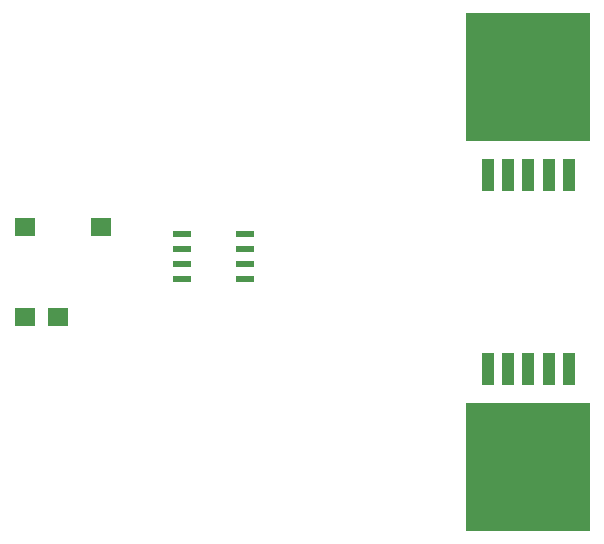
<source format=gbr>
G04 #@! TF.GenerationSoftware,KiCad,Pcbnew,(5.0.2)-1*
G04 #@! TF.CreationDate,2019-03-18T20:08:10-07:00*
G04 #@! TF.ProjectId,speaker,73706561-6b65-4722-9e6b-696361645f70,rev?*
G04 #@! TF.SameCoordinates,Original*
G04 #@! TF.FileFunction,Paste,Top*
G04 #@! TF.FilePolarity,Positive*
%FSLAX46Y46*%
G04 Gerber Fmt 4.6, Leading zero omitted, Abs format (unit mm)*
G04 Created by KiCad (PCBNEW (5.0.2)-1) date 3/18/2019 8:08:10 PM*
%MOMM*%
%LPD*%
G01*
G04 APERTURE LIST*
%ADD10R,1.800000X1.650000*%
%ADD11R,1.549400X0.609600*%
%ADD12R,10.464800X10.871200*%
%ADD13R,1.016000X2.692400*%
G04 APERTURE END LIST*
D10*
G04 #@! TO.C,J1*
X151690000Y-93965000D03*
X158140000Y-93965000D03*
X151690000Y-101615000D03*
X154440000Y-101615000D03*
G04 #@! TD*
D11*
G04 #@! TO.C,U1*
X170340000Y-98425000D03*
X170340000Y-97155000D03*
X170340000Y-95885000D03*
X170340000Y-94615000D03*
X164940000Y-94615000D03*
X164940000Y-95885000D03*
X164940000Y-97155000D03*
X164940000Y-98425000D03*
G04 #@! TD*
D12*
G04 #@! TO.C,U2*
X194310000Y-114300000D03*
D13*
X190906400Y-106019600D03*
X192608200Y-106019600D03*
X194310000Y-106019600D03*
X196011800Y-106019600D03*
X197713600Y-106019600D03*
G04 #@! TD*
G04 #@! TO.C,U3*
X190906400Y-89560400D03*
X192608200Y-89560400D03*
X194310000Y-89560400D03*
X196011800Y-89560400D03*
X197713600Y-89560400D03*
D12*
X194310000Y-81280000D03*
G04 #@! TD*
M02*

</source>
